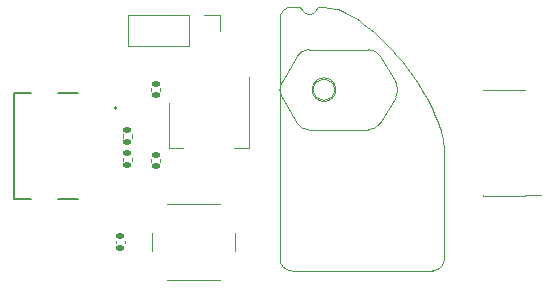
<source format=gbr>
%TF.GenerationSoftware,KiCad,Pcbnew,7.0.1*%
%TF.CreationDate,2024-01-06T02:19:03+00:00*%
%TF.ProjectId,module_test_rig,6d6f6475-6c65-45f7-9465-73745f726967,rev?*%
%TF.SameCoordinates,Original*%
%TF.FileFunction,Legend,Top*%
%TF.FilePolarity,Positive*%
%FSLAX46Y46*%
G04 Gerber Fmt 4.6, Leading zero omitted, Abs format (unit mm)*
G04 Created by KiCad (PCBNEW 7.0.1) date 2024-01-06 02:19:03*
%MOMM*%
%LPD*%
G01*
G04 APERTURE LIST*
G04 Aperture macros list*
%AMRoundRect*
0 Rectangle with rounded corners*
0 $1 Rounding radius*
0 $2 $3 $4 $5 $6 $7 $8 $9 X,Y pos of 4 corners*
0 Add a 4 corners polygon primitive as box body*
4,1,4,$2,$3,$4,$5,$6,$7,$8,$9,$2,$3,0*
0 Add four circle primitives for the rounded corners*
1,1,$1+$1,$2,$3*
1,1,$1+$1,$4,$5*
1,1,$1+$1,$6,$7*
1,1,$1+$1,$8,$9*
0 Add four rect primitives between the rounded corners*
20,1,$1+$1,$2,$3,$4,$5,0*
20,1,$1+$1,$4,$5,$6,$7,0*
20,1,$1+$1,$6,$7,$8,$9,0*
20,1,$1+$1,$8,$9,$2,$3,0*%
G04 Aperture macros list end*
%ADD10C,0.100000*%
%ADD11C,0.120000*%
%ADD12C,0.127000*%
%ADD13C,0.200000*%
%ADD14C,0.010000*%
%ADD15C,3.600000*%
%ADD16C,5.600000*%
%ADD17C,1.500000*%
%ADD18R,2.400000X0.740000*%
%ADD19R,1.700000X1.700000*%
%ADD20O,1.700000X1.700000*%
%ADD21C,2.000000*%
%ADD22RoundRect,0.135000X-0.185000X0.135000X-0.185000X-0.135000X0.185000X-0.135000X0.185000X0.135000X0*%
%ADD23RoundRect,0.140000X-0.170000X0.140000X-0.170000X-0.140000X0.170000X-0.140000X0.170000X0.140000X0*%
%ADD24RoundRect,0.135000X0.185000X-0.135000X0.185000X0.135000X-0.185000X0.135000X-0.185000X-0.135000X0*%
%ADD25RoundRect,0.140000X0.170000X-0.140000X0.170000X0.140000X-0.170000X0.140000X-0.170000X-0.140000X0*%
%ADD26R,1.500000X2.000000*%
%ADD27R,3.800000X2.000000*%
%ADD28C,0.600000*%
%ADD29O,2.000000X0.900000*%
%ADD30O,1.700000X0.900000*%
G04 APERTURE END LIST*
D10*
%TO.C,U101*%
X155019375Y-95829358D02*
X166950065Y-95829358D01*
X167950065Y-94829358D02*
X167950065Y-85629957D01*
X154019375Y-74511177D02*
X154019375Y-94829358D01*
X155548550Y-73511177D02*
X155019375Y-73511177D01*
X157521854Y-73511177D02*
X157490199Y-73511177D01*
X154019351Y-94829412D02*
G75*
G03*
X155019351Y-95829412I1000028J28D01*
G01*
X166950129Y-95829372D02*
G75*
G03*
X167950129Y-94829372I-11J1000011D01*
G01*
X167950065Y-85630037D02*
G75*
G03*
X167657672Y-83945271I-5000098J-17D01*
G01*
X155019375Y-73511223D02*
G75*
G03*
X154019375Y-74511177I-75J-999925D01*
G01*
X155918379Y-73758800D02*
G75*
G03*
X157120362Y-73758796I600991J247602D01*
G01*
X157490200Y-73511190D02*
G75*
G03*
X157120363Y-73758796I-100J-399858D01*
G01*
X155918386Y-73758797D02*
G75*
G03*
X155548550Y-73511177I-369886J-152451D01*
G01*
X160447261Y-74456307D02*
G75*
G03*
X157521854Y-73511177I-2925401J-4054841D01*
G01*
X167657672Y-83945190D02*
X167527886Y-83593398D01*
X167391350Y-83244399D01*
X167248122Y-82898271D01*
X167098261Y-82555090D01*
X166941825Y-82214935D01*
X166778874Y-81877882D01*
X166609465Y-81544008D01*
X166433657Y-81213390D01*
X166251510Y-80886107D01*
X166063082Y-80562234D01*
X165868430Y-80241850D01*
X165667616Y-79925031D01*
X165460695Y-79611855D01*
X165247729Y-79302399D01*
X165028774Y-78996739D01*
X164803891Y-78694955D01*
X164573137Y-78397121D01*
X164336571Y-78103316D01*
X164094252Y-77813618D01*
X163846238Y-77528102D01*
X163592588Y-77246847D01*
X163333362Y-76969929D01*
X163068617Y-76697426D01*
X162798412Y-76429415D01*
X162522806Y-76165973D01*
X162241858Y-75907178D01*
X161955626Y-75653106D01*
X161664168Y-75403835D01*
X161367545Y-75159442D01*
X161065813Y-74920005D01*
X160759032Y-74685600D01*
X160447262Y-74456305D01*
D11*
%TO.C,J102*%
X156499999Y-83900003D02*
X161500000Y-83900000D01*
X162533216Y-83310299D02*
X163830945Y-81115958D01*
X154169055Y-81115958D02*
X155466783Y-83310302D01*
X154169055Y-79884042D02*
X155466784Y-77689701D01*
X163830945Y-79884042D02*
X162533217Y-77689698D01*
X161500001Y-77099997D02*
X156500000Y-77100000D01*
X155466783Y-83310302D02*
G75*
G03*
X156499999Y-83900003I1033217J610302D01*
G01*
X161500000Y-83899999D02*
G75*
G03*
X162533216Y-83310299I-1J1200002D01*
G01*
X154169055Y-79884042D02*
G75*
G03*
X154169055Y-81115958I1030944J-615958D01*
G01*
X163830945Y-81115958D02*
G75*
G03*
X163830945Y-79884042I-1030944J615958D01*
G01*
X156500000Y-77100000D02*
G75*
G03*
X155466784Y-77689701I0J-1200000D01*
G01*
X162533217Y-77689698D02*
G75*
G03*
X161500001Y-77099997I-1033217J-610302D01*
G01*
X158650000Y-80500000D02*
G75*
G03*
X158650000Y-80500000I-900000J0D01*
G01*
X158750000Y-80500000D02*
G75*
G03*
X158750000Y-80500000I-1000000J0D01*
G01*
%TO.C,J101*%
X176090000Y-89440000D02*
X174765000Y-89440000D01*
X174765000Y-89505000D02*
X174765000Y-89440000D01*
X174765000Y-89505000D02*
X171235000Y-89505000D01*
X174765000Y-80560000D02*
X174765000Y-80495000D01*
X174765000Y-80495000D02*
X171235000Y-80495000D01*
X171235000Y-89505000D02*
X171235000Y-89440000D01*
X171235000Y-80560000D02*
X171235000Y-80495000D01*
%TO.C,SW101*%
X148910000Y-74170000D02*
X148910000Y-75500000D01*
X147580000Y-74170000D02*
X148910000Y-74170000D01*
X146310000Y-74170000D02*
X141170000Y-74170000D01*
X146310000Y-74170000D02*
X146310000Y-76830000D01*
X141170000Y-74170000D02*
X141170000Y-76830000D01*
X146310000Y-76830000D02*
X141170000Y-76830000D01*
%TO.C,SW102*%
X143200000Y-92650000D02*
X143200000Y-94150000D01*
X144450000Y-96650000D02*
X148950000Y-96650000D01*
X148950000Y-90150000D02*
X144450000Y-90150000D01*
X150200000Y-94150000D02*
X150200000Y-92650000D01*
%TO.C,R101*%
X141480000Y-84246359D02*
X141480000Y-84553641D01*
X140720000Y-84246359D02*
X140720000Y-84553641D01*
%TO.C,C103*%
X143860000Y-80392164D02*
X143860000Y-80607836D01*
X143140000Y-80392164D02*
X143140000Y-80607836D01*
%TO.C,R102*%
X140720000Y-86553641D02*
X140720000Y-86246359D01*
X141480000Y-86553641D02*
X141480000Y-86246359D01*
%TO.C,C101*%
X140140000Y-93507836D02*
X140140000Y-93292164D01*
X140860000Y-93507836D02*
X140860000Y-93292164D01*
%TO.C,U102*%
X151410000Y-79400000D02*
X151410000Y-85410000D01*
X144590000Y-81650000D02*
X144590000Y-85410000D01*
X151410000Y-85410000D02*
X150150000Y-85410000D01*
X144590000Y-85410000D02*
X145850000Y-85410000D01*
%TO.C,C102*%
X143140000Y-86607836D02*
X143140000Y-86392164D01*
X143860000Y-86607836D02*
X143860000Y-86392164D01*
D12*
%TO.C,J103*%
X136950000Y-80780000D02*
X135270000Y-80780000D01*
X131500000Y-80780000D02*
X132930000Y-80780000D01*
X131500000Y-80780000D02*
X131500000Y-89720000D01*
X136950000Y-89720000D02*
X135270000Y-89720000D01*
X131500000Y-89720000D02*
X132930000Y-89720000D01*
D13*
X140200000Y-82050000D02*
G75*
G03*
X140200000Y-82050000I-100000J0D01*
G01*
%TD*%
%LPC*%
%TO.C,J103*%
D14*
X139470000Y-82400000D02*
X138230000Y-82400000D01*
X138230000Y-81700000D01*
X139470000Y-81700000D01*
X139470000Y-82400000D01*
G36*
X139470000Y-82400000D02*
G01*
X138230000Y-82400000D01*
X138230000Y-81700000D01*
X139470000Y-81700000D01*
X139470000Y-82400000D01*
G37*
X139470000Y-83200000D02*
X138230000Y-83200000D01*
X138230000Y-82500000D01*
X139470000Y-82500000D01*
X139470000Y-83200000D01*
G36*
X139470000Y-83200000D02*
G01*
X138230000Y-83200000D01*
X138230000Y-82500000D01*
X139470000Y-82500000D01*
X139470000Y-83200000D01*
G37*
X139470000Y-83700000D02*
X138230000Y-83700000D01*
X138230000Y-83300000D01*
X139470000Y-83300000D01*
X139470000Y-83700000D01*
G36*
X139470000Y-83700000D02*
G01*
X138230000Y-83700000D01*
X138230000Y-83300000D01*
X139470000Y-83300000D01*
X139470000Y-83700000D01*
G37*
X139470000Y-84200000D02*
X138230000Y-84200000D01*
X138230000Y-83800000D01*
X139470000Y-83800000D01*
X139470000Y-84200000D01*
G36*
X139470000Y-84200000D02*
G01*
X138230000Y-84200000D01*
X138230000Y-83800000D01*
X139470000Y-83800000D01*
X139470000Y-84200000D01*
G37*
X139470000Y-84700000D02*
X138230000Y-84700000D01*
X138230000Y-84300000D01*
X139470000Y-84300000D01*
X139470000Y-84700000D01*
G36*
X139470000Y-84700000D02*
G01*
X138230000Y-84700000D01*
X138230000Y-84300000D01*
X139470000Y-84300000D01*
X139470000Y-84700000D01*
G37*
X139470000Y-85200000D02*
X138230000Y-85200000D01*
X138230000Y-84800000D01*
X139470000Y-84800000D01*
X139470000Y-85200000D01*
G36*
X139470000Y-85200000D02*
G01*
X138230000Y-85200000D01*
X138230000Y-84800000D01*
X139470000Y-84800000D01*
X139470000Y-85200000D01*
G37*
X139470000Y-85700000D02*
X138230000Y-85700000D01*
X138230000Y-85300000D01*
X139470000Y-85300000D01*
X139470000Y-85700000D01*
G36*
X139470000Y-85700000D02*
G01*
X138230000Y-85700000D01*
X138230000Y-85300000D01*
X139470000Y-85300000D01*
X139470000Y-85700000D01*
G37*
X139470000Y-86200000D02*
X138230000Y-86200000D01*
X138230000Y-85800000D01*
X139470000Y-85800000D01*
X139470000Y-86200000D01*
G36*
X139470000Y-86200000D02*
G01*
X138230000Y-86200000D01*
X138230000Y-85800000D01*
X139470000Y-85800000D01*
X139470000Y-86200000D01*
G37*
X139470000Y-86700000D02*
X138230000Y-86700000D01*
X138230000Y-86300000D01*
X139470000Y-86300000D01*
X139470000Y-86700000D01*
G36*
X139470000Y-86700000D02*
G01*
X138230000Y-86700000D01*
X138230000Y-86300000D01*
X139470000Y-86300000D01*
X139470000Y-86700000D01*
G37*
X139470000Y-87200000D02*
X138230000Y-87200000D01*
X138230000Y-86800000D01*
X139470000Y-86800000D01*
X139470000Y-87200000D01*
G36*
X139470000Y-87200000D02*
G01*
X138230000Y-87200000D01*
X138230000Y-86800000D01*
X139470000Y-86800000D01*
X139470000Y-87200000D01*
G37*
X139470000Y-88000000D02*
X138230000Y-88000000D01*
X138230000Y-87300000D01*
X139470000Y-87300000D01*
X139470000Y-88000000D01*
G36*
X139470000Y-88000000D02*
G01*
X138230000Y-88000000D01*
X138230000Y-87300000D01*
X139470000Y-87300000D01*
X139470000Y-88000000D01*
G37*
X139470000Y-88800000D02*
X138230000Y-88800000D01*
X138230000Y-88100000D01*
X139470000Y-88100000D01*
X139470000Y-88800000D01*
G36*
X139470000Y-88800000D02*
G01*
X138230000Y-88800000D01*
X138230000Y-88100000D01*
X139470000Y-88100000D01*
X139470000Y-88800000D01*
G37*
%TD*%
D15*
%TO.C,H105*%
X135000000Y-75000000D03*
D16*
X135000000Y-75000000D03*
%TD*%
D17*
%TO.C,J102*%
X156500000Y-82700000D03*
X159000000Y-82700000D03*
X161500000Y-82700000D03*
X155250000Y-80500000D03*
X157750000Y-80500000D03*
X160250000Y-80500000D03*
X162750000Y-80500000D03*
X156500000Y-78300000D03*
X159000000Y-78300000D03*
X161500000Y-78300000D03*
%TD*%
D18*
%TO.C,J101*%
X174950000Y-88810000D03*
X171050000Y-88810000D03*
X174950000Y-87540000D03*
X171050000Y-87540000D03*
X174950000Y-86270000D03*
X171050000Y-86270000D03*
X174950000Y-85000000D03*
X171050000Y-85000000D03*
X174950000Y-83730000D03*
X171050000Y-83730000D03*
X174950000Y-82460000D03*
X171050000Y-82460000D03*
X174950000Y-81190000D03*
X171050000Y-81190000D03*
%TD*%
D19*
%TO.C,SW101*%
X147580000Y-75500000D03*
D20*
X145040000Y-75500000D03*
X142500000Y-75500000D03*
%TD*%
D15*
%TO.C,H107*%
X175000001Y-74999999D03*
D16*
X175000001Y-74999999D03*
%TD*%
D21*
%TO.C,SW102*%
X143450000Y-91150000D03*
X149950000Y-91150000D03*
X143450000Y-95650000D03*
X149950000Y-95650000D03*
%TD*%
D15*
%TO.C,H108*%
X175000001Y-94999999D03*
D16*
X175000001Y-94999999D03*
%TD*%
D22*
%TO.C,R101*%
X141100000Y-83890000D03*
X141100000Y-84910000D03*
%TD*%
D23*
%TO.C,C103*%
X143500000Y-80020000D03*
X143500000Y-80980000D03*
%TD*%
D24*
%TO.C,R102*%
X141100000Y-86910000D03*
X141100000Y-85890000D03*
%TD*%
D25*
%TO.C,C101*%
X140500000Y-93880000D03*
X140500000Y-92920000D03*
%TD*%
D26*
%TO.C,U102*%
X150300000Y-80350000D03*
X148000000Y-80350000D03*
D27*
X148000000Y-86650000D03*
D26*
X145700000Y-80350000D03*
%TD*%
D25*
%TO.C,C102*%
X143500000Y-86980000D03*
X143500000Y-86020000D03*
%TD*%
D15*
%TO.C,H106*%
X135000000Y-95000000D03*
D16*
X135000000Y-95000000D03*
%TD*%
D28*
%TO.C,J103*%
X137780000Y-82360000D03*
X137780000Y-88140000D03*
D29*
X138270000Y-80925000D03*
X138270000Y-89575000D03*
D30*
X134100000Y-80925000D03*
X134100000Y-89575000D03*
%TD*%
M02*

</source>
